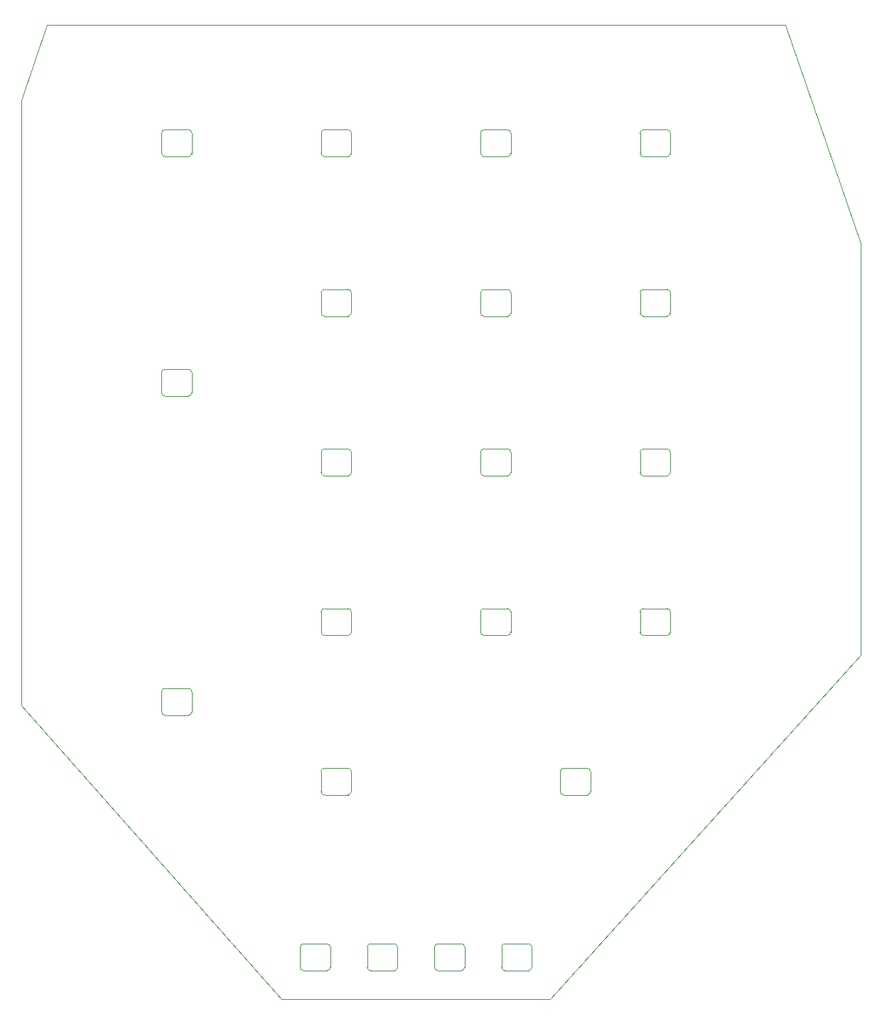
<source format=gbr>
%TF.GenerationSoftware,KiCad,Pcbnew,7.0.7-7.0.7~ubuntu20.04.1*%
%TF.CreationDate,2023-08-30T23:35:39-07:00*%
%TF.ProjectId,v2_controller,76325f63-6f6e-4747-926f-6c6c65722e6b,rev?*%
%TF.SameCoordinates,Original*%
%TF.FileFunction,Profile,NP*%
%FSLAX46Y46*%
G04 Gerber Fmt 4.6, Leading zero omitted, Abs format (unit mm)*
G04 Created by KiCad (PCBNEW 7.0.7-7.0.7~ubuntu20.04.1) date 2023-08-30 23:35:39*
%MOMM*%
%LPD*%
G01*
G04 APERTURE LIST*
%TA.AperFunction,Profile*%
%ADD10C,0.100000*%
%TD*%
%TA.AperFunction,Profile*%
%ADD11C,0.120000*%
%TD*%
G04 APERTURE END LIST*
D10*
X46000000Y-39000000D02*
X134000000Y-39000000D01*
X134000000Y-39000000D02*
X143000000Y-65000000D01*
X143000000Y-65000000D02*
X143000000Y-114000000D01*
X43000000Y-48000000D02*
X46000000Y-39000000D01*
X143000000Y-114000000D02*
X106000000Y-155000000D01*
X106000000Y-155000000D02*
X74000000Y-155000000D01*
X74000000Y-155000000D02*
X43000000Y-120000000D01*
X43000000Y-48000000D02*
X43000000Y-120000000D01*
D11*
%TO.C,D41*%
X100200000Y-151200000D02*
X100200000Y-148800000D01*
X100600000Y-148400000D02*
X103400000Y-148400000D01*
X103400000Y-151600000D02*
X100600000Y-151600000D01*
X103800000Y-148800000D02*
X103800000Y-151200000D01*
X100600000Y-148400000D02*
G75*
G03*
X100200000Y-148800000I2J-400002D01*
G01*
X100200000Y-151200000D02*
G75*
G03*
X100600000Y-151600000I400002J2D01*
G01*
X103800000Y-148800000D02*
G75*
G03*
X103400000Y-148400000I-400000J0D01*
G01*
X103400000Y-151600000D02*
G75*
G03*
X103800000Y-151200000I0J400000D01*
G01*
%TO.C,D39*%
X84200000Y-151200000D02*
X84200000Y-148800000D01*
X84600000Y-148400000D02*
X87400000Y-148400000D01*
X87400000Y-151600000D02*
X84600000Y-151600000D01*
X87800000Y-148800000D02*
X87800000Y-151200000D01*
X84600000Y-148400000D02*
G75*
G03*
X84200000Y-148800000I2J-400002D01*
G01*
X84200000Y-151200000D02*
G75*
G03*
X84600000Y-151600000I400002J2D01*
G01*
X87800000Y-148800000D02*
G75*
G03*
X87400000Y-148400000I-400000J0D01*
G01*
X87400000Y-151600000D02*
G75*
G03*
X87800000Y-151200000I0J400000D01*
G01*
%TO.C,D17*%
X63300000Y-51880000D02*
X63300000Y-54280000D01*
X62900000Y-54680000D02*
X60100000Y-54680000D01*
X60100000Y-51480000D02*
X62900000Y-51480000D01*
X59700000Y-54280000D02*
X59700000Y-51880000D01*
X62900000Y-54680000D02*
G75*
G03*
X63300000Y-54280000I-2J400002D01*
G01*
X63300000Y-51880000D02*
G75*
G03*
X62900000Y-51480000I-400002J-2D01*
G01*
X59700000Y-54280000D02*
G75*
G03*
X60100000Y-54680000I400000J0D01*
G01*
X60100000Y-51480000D02*
G75*
G03*
X59700000Y-51880000I0J-400000D01*
G01*
%TO.C,D8*%
X101300000Y-89880000D02*
X101300000Y-92280000D01*
X100900000Y-92680000D02*
X98100000Y-92680000D01*
X98100000Y-89480000D02*
X100900000Y-89480000D01*
X97700000Y-92280000D02*
X97700000Y-89880000D01*
X100900000Y-92680000D02*
G75*
G03*
X101300000Y-92280000I-2J400002D01*
G01*
X101300000Y-89880000D02*
G75*
G03*
X100900000Y-89480000I-400002J-2D01*
G01*
X97700000Y-92280000D02*
G75*
G03*
X98100000Y-92680000I400000J0D01*
G01*
X98100000Y-89480000D02*
G75*
G03*
X97700000Y-89880000I0J-400000D01*
G01*
%TO.C,D7*%
X120300000Y-89880000D02*
X120300000Y-92280000D01*
X119900000Y-92680000D02*
X117100000Y-92680000D01*
X117100000Y-89480000D02*
X119900000Y-89480000D01*
X116700000Y-92280000D02*
X116700000Y-89880000D01*
X119900000Y-92680000D02*
G75*
G03*
X120300000Y-92280000I-2J400002D01*
G01*
X120300000Y-89880000D02*
G75*
G03*
X119900000Y-89480000I-400002J-2D01*
G01*
X116700000Y-92280000D02*
G75*
G03*
X117100000Y-92680000I400000J0D01*
G01*
X117100000Y-89480000D02*
G75*
G03*
X116700000Y-89880000I0J-400000D01*
G01*
%TO.C,D12*%
X82300000Y-70880000D02*
X82300000Y-73280000D01*
X81900000Y-73680000D02*
X79100000Y-73680000D01*
X79100000Y-70480000D02*
X81900000Y-70480000D01*
X78700000Y-73280000D02*
X78700000Y-70880000D01*
X81900000Y-73680000D02*
G75*
G03*
X82300000Y-73280000I-2J400002D01*
G01*
X82300000Y-70880000D02*
G75*
G03*
X81900000Y-70480000I-400002J-2D01*
G01*
X78700000Y-73280000D02*
G75*
G03*
X79100000Y-73680000I400000J0D01*
G01*
X79100000Y-70480000D02*
G75*
G03*
X78700000Y-70880000I0J-400000D01*
G01*
%TO.C,D38*%
X76200000Y-151200000D02*
X76200000Y-148800000D01*
X76600000Y-148400000D02*
X79400000Y-148400000D01*
X79400000Y-151600000D02*
X76600000Y-151600000D01*
X79800000Y-148800000D02*
X79800000Y-151200000D01*
X76600000Y-148400000D02*
G75*
G03*
X76200000Y-148800000I2J-400002D01*
G01*
X76200000Y-151200000D02*
G75*
G03*
X76600000Y-151600000I400002J2D01*
G01*
X79800000Y-148800000D02*
G75*
G03*
X79400000Y-148400000I-400000J0D01*
G01*
X79400000Y-151600000D02*
G75*
G03*
X79800000Y-151200000I0J400000D01*
G01*
%TO.C,D15*%
X101300000Y-51880000D02*
X101300000Y-54280000D01*
X100900000Y-54680000D02*
X98100000Y-54680000D01*
X98100000Y-51480000D02*
X100900000Y-51480000D01*
X97700000Y-54280000D02*
X97700000Y-51880000D01*
X100900000Y-54680000D02*
G75*
G03*
X101300000Y-54280000I-2J400002D01*
G01*
X101300000Y-51880000D02*
G75*
G03*
X100900000Y-51480000I-400002J-2D01*
G01*
X97700000Y-54280000D02*
G75*
G03*
X98100000Y-54680000I400000J0D01*
G01*
X98100000Y-51480000D02*
G75*
G03*
X97700000Y-51880000I0J-400000D01*
G01*
%TO.C,D9*%
X82300000Y-89880000D02*
X82300000Y-92280000D01*
X81900000Y-92680000D02*
X79100000Y-92680000D01*
X79100000Y-89480000D02*
X81900000Y-89480000D01*
X78700000Y-92280000D02*
X78700000Y-89880000D01*
X81900000Y-92680000D02*
G75*
G03*
X82300000Y-92280000I-2J400002D01*
G01*
X82300000Y-89880000D02*
G75*
G03*
X81900000Y-89480000I-400002J-2D01*
G01*
X78700000Y-92280000D02*
G75*
G03*
X79100000Y-92680000I400000J0D01*
G01*
X79100000Y-89480000D02*
G75*
G03*
X78700000Y-89880000I0J-400000D01*
G01*
%TO.C,D2*%
X82300000Y-127879999D02*
X82300000Y-130279999D01*
X81900000Y-130679999D02*
X79100000Y-130679999D01*
X79100000Y-127479999D02*
X81900000Y-127479999D01*
X78700000Y-130279999D02*
X78700000Y-127879999D01*
X81900000Y-130679999D02*
G75*
G03*
X82300000Y-130279999I-2J400002D01*
G01*
X82300000Y-127879999D02*
G75*
G03*
X81900000Y-127479999I-400002J-2D01*
G01*
X78700000Y-130279999D02*
G75*
G03*
X79100000Y-130679999I400000J0D01*
G01*
X79100000Y-127479999D02*
G75*
G03*
X78700000Y-127879999I0J-400000D01*
G01*
%TO.C,D13*%
X63300000Y-80380000D02*
X63300000Y-82780000D01*
X62900000Y-83180000D02*
X60100000Y-83180000D01*
X60100000Y-79980000D02*
X62900000Y-79980000D01*
X59700000Y-82780000D02*
X59700000Y-80380000D01*
X62900000Y-83180000D02*
G75*
G03*
X63300000Y-82780000I-2J400002D01*
G01*
X63300000Y-80380000D02*
G75*
G03*
X62900000Y-79980000I-400002J-2D01*
G01*
X59700000Y-82780000D02*
G75*
G03*
X60100000Y-83180000I400000J0D01*
G01*
X60100000Y-79980000D02*
G75*
G03*
X59700000Y-80380000I0J-400000D01*
G01*
%TO.C,D6*%
X63300000Y-118380000D02*
X63300000Y-120780000D01*
X62900000Y-121180000D02*
X60100000Y-121180000D01*
X60100000Y-117980000D02*
X62900000Y-117980000D01*
X59700000Y-120780000D02*
X59700000Y-118380000D01*
X62900000Y-121180000D02*
G75*
G03*
X63300000Y-120780000I-2J400002D01*
G01*
X63300000Y-118380000D02*
G75*
G03*
X62900000Y-117980000I-400002J-2D01*
G01*
X59700000Y-120780000D02*
G75*
G03*
X60100000Y-121180000I400000J0D01*
G01*
X60100000Y-117980000D02*
G75*
G03*
X59700000Y-118380000I0J-400000D01*
G01*
%TO.C,D10*%
X120300000Y-70880000D02*
X120300000Y-73280000D01*
X119900000Y-73680000D02*
X117100000Y-73680000D01*
X117100000Y-70480000D02*
X119900000Y-70480000D01*
X116700000Y-73280000D02*
X116700000Y-70880000D01*
X119900000Y-73680000D02*
G75*
G03*
X120300000Y-73280000I-2J400002D01*
G01*
X120300000Y-70880000D02*
G75*
G03*
X119900000Y-70480000I-400002J-2D01*
G01*
X116700000Y-73280000D02*
G75*
G03*
X117100000Y-73680000I400000J0D01*
G01*
X117100000Y-70480000D02*
G75*
G03*
X116700000Y-70880000I0J-400000D01*
G01*
%TO.C,D1*%
X110800000Y-127879999D02*
X110800000Y-130279999D01*
X110400000Y-130679999D02*
X107600000Y-130679999D01*
X107600000Y-127479999D02*
X110400000Y-127479999D01*
X107200000Y-130279999D02*
X107200000Y-127879999D01*
X110400000Y-130679999D02*
G75*
G03*
X110800000Y-130279999I-2J400002D01*
G01*
X110800000Y-127879999D02*
G75*
G03*
X110400000Y-127479999I-400002J-2D01*
G01*
X107200000Y-130279999D02*
G75*
G03*
X107600000Y-130679999I400000J0D01*
G01*
X107600000Y-127479999D02*
G75*
G03*
X107200000Y-127879999I0J-400000D01*
G01*
%TO.C,D14*%
X120300000Y-51880000D02*
X120300000Y-54280000D01*
X119900000Y-54680000D02*
X117100000Y-54680000D01*
X117100000Y-51480000D02*
X119900000Y-51480000D01*
X116700000Y-54280000D02*
X116700000Y-51880000D01*
X119900000Y-54680000D02*
G75*
G03*
X120300000Y-54280000I-2J400002D01*
G01*
X120300000Y-51880000D02*
G75*
G03*
X119900000Y-51480000I-400002J-2D01*
G01*
X116700000Y-54280000D02*
G75*
G03*
X117100000Y-54680000I400000J0D01*
G01*
X117100000Y-51480000D02*
G75*
G03*
X116700000Y-51880000I0J-400000D01*
G01*
%TO.C,D11*%
X101300000Y-70880000D02*
X101300000Y-73280000D01*
X100900000Y-73680000D02*
X98100000Y-73680000D01*
X98100000Y-70480000D02*
X100900000Y-70480000D01*
X97700000Y-73280000D02*
X97700000Y-70880000D01*
X100900000Y-73680000D02*
G75*
G03*
X101300000Y-73280000I-2J400002D01*
G01*
X101300000Y-70880000D02*
G75*
G03*
X100900000Y-70480000I-400002J-2D01*
G01*
X97700000Y-73280000D02*
G75*
G03*
X98100000Y-73680000I400000J0D01*
G01*
X98100000Y-70480000D02*
G75*
G03*
X97700000Y-70880000I0J-400000D01*
G01*
%TO.C,D16*%
X82300000Y-51880000D02*
X82300000Y-54280000D01*
X81900000Y-54680000D02*
X79100000Y-54680000D01*
X79100000Y-51480000D02*
X81900000Y-51480000D01*
X78700000Y-54280000D02*
X78700000Y-51880000D01*
X81900000Y-54680000D02*
G75*
G03*
X82300000Y-54280000I-2J400002D01*
G01*
X82300000Y-51880000D02*
G75*
G03*
X81900000Y-51480000I-400002J-2D01*
G01*
X78700000Y-54280000D02*
G75*
G03*
X79100000Y-54680000I400000J0D01*
G01*
X79100000Y-51480000D02*
G75*
G03*
X78700000Y-51880000I0J-400000D01*
G01*
%TO.C,D4*%
X101300000Y-108880000D02*
X101300000Y-111280000D01*
X100900000Y-111680000D02*
X98100000Y-111680000D01*
X98100000Y-108480000D02*
X100900000Y-108480000D01*
X97700000Y-111280000D02*
X97700000Y-108880000D01*
X100900000Y-111680000D02*
G75*
G03*
X101300000Y-111280000I-2J400002D01*
G01*
X101300000Y-108880000D02*
G75*
G03*
X100900000Y-108480000I-400002J-2D01*
G01*
X97700000Y-111280000D02*
G75*
G03*
X98100000Y-111680000I400000J0D01*
G01*
X98100000Y-108480000D02*
G75*
G03*
X97700000Y-108880000I0J-400000D01*
G01*
%TO.C,D5*%
X82300000Y-108880000D02*
X82300000Y-111280000D01*
X81900000Y-111680000D02*
X79100000Y-111680000D01*
X79100000Y-108480000D02*
X81900000Y-108480000D01*
X78700000Y-111280000D02*
X78700000Y-108880000D01*
X81900000Y-111680000D02*
G75*
G03*
X82300000Y-111280000I-2J400002D01*
G01*
X82300000Y-108880000D02*
G75*
G03*
X81900000Y-108480000I-400002J-2D01*
G01*
X78700000Y-111280000D02*
G75*
G03*
X79100000Y-111680000I400000J0D01*
G01*
X79100000Y-108480000D02*
G75*
G03*
X78700000Y-108880000I0J-400000D01*
G01*
%TO.C,D3*%
X120300000Y-108880000D02*
X120300000Y-111280000D01*
X119900000Y-111680000D02*
X117100000Y-111680000D01*
X117100000Y-108480000D02*
X119900000Y-108480000D01*
X116700000Y-111280000D02*
X116700000Y-108880000D01*
X119900000Y-111680000D02*
G75*
G03*
X120300000Y-111280000I-2J400002D01*
G01*
X120300000Y-108880000D02*
G75*
G03*
X119900000Y-108480000I-400002J-2D01*
G01*
X116700000Y-111280000D02*
G75*
G03*
X117100000Y-111680000I400000J0D01*
G01*
X117100000Y-108480000D02*
G75*
G03*
X116700000Y-108880000I0J-400000D01*
G01*
%TO.C,D40*%
X92200000Y-151200000D02*
X92200000Y-148800000D01*
X92600000Y-148400000D02*
X95400000Y-148400000D01*
X95400000Y-151600000D02*
X92600000Y-151600000D01*
X95800000Y-148800000D02*
X95800000Y-151200000D01*
X92600000Y-148400000D02*
G75*
G03*
X92200000Y-148800000I2J-400002D01*
G01*
X92200000Y-151200000D02*
G75*
G03*
X92600000Y-151600000I400002J2D01*
G01*
X95800000Y-148800000D02*
G75*
G03*
X95400000Y-148400000I-400000J0D01*
G01*
X95400000Y-151600000D02*
G75*
G03*
X95800000Y-151200000I0J400000D01*
G01*
%TD*%
M02*

</source>
